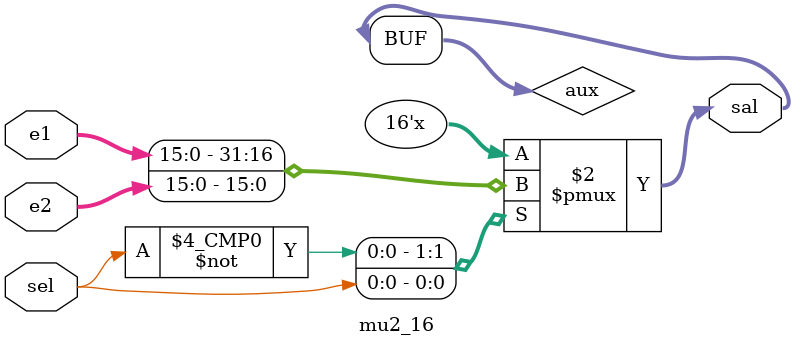
<source format=v>
module mu2_16(
    input [15:0] e1,
    input [15:0] e2,
    input wire sel,
    output [15:0] sal
);
reg [15:0] aux;

always@(*)
    begin
        case(sel)
            1'b0:
                aux = e1;
            1'b1:
                aux = e2;
        endcase
    end
assign sal = aux;

endmodule
</source>
